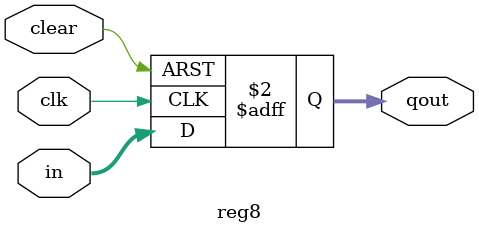
<source format=v>
module reg8(qout,in,clk,clear);
output[7:0] qout;
input[7:0] in;
input clk,clear;
reg[7:0] qout;
always @(posedge clk or posedge clear)
    begin
	if(clear)  	qout=0;
	else  		qout=in;
    end
endmodule

</source>
